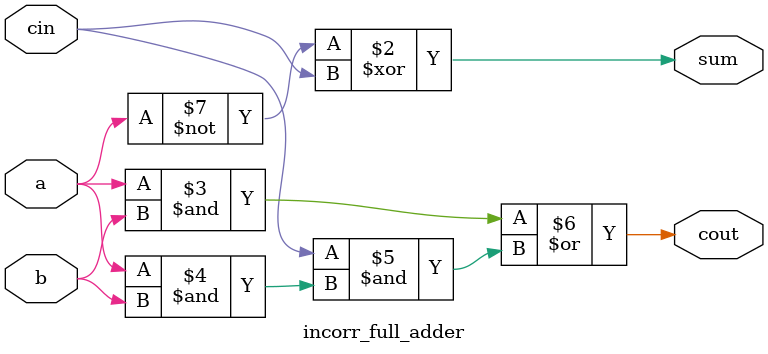
<source format=v>
module incorr_full_adder(a,b,cin,sum,cout);
input a,b,cin;
output sum,cout;
assign sum = a^1'b1^cin;
assign cout = a&b|cin&(a&b); 
// initial begin
//     $display("The incorrect adder with xor0 having in2/1");
// end   
endmodule
</source>
